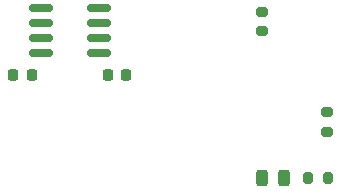
<source format=gtp>
%TF.GenerationSoftware,KiCad,Pcbnew,6.0.2+dfsg-1*%
%TF.CreationDate,2022-08-15T18:10:51-04:00*%
%TF.ProjectId,titan_wheel,74697461-6e5f-4776-9865-656c2e6b6963,1*%
%TF.SameCoordinates,Original*%
%TF.FileFunction,Paste,Top*%
%TF.FilePolarity,Positive*%
%FSLAX46Y46*%
G04 Gerber Fmt 4.6, Leading zero omitted, Abs format (unit mm)*
G04 Created by KiCad (PCBNEW 6.0.2+dfsg-1) date 2022-08-15 18:10:51*
%MOMM*%
%LPD*%
G01*
G04 APERTURE LIST*
G04 Aperture macros list*
%AMRoundRect*
0 Rectangle with rounded corners*
0 $1 Rounding radius*
0 $2 $3 $4 $5 $6 $7 $8 $9 X,Y pos of 4 corners*
0 Add a 4 corners polygon primitive as box body*
4,1,4,$2,$3,$4,$5,$6,$7,$8,$9,$2,$3,0*
0 Add four circle primitives for the rounded corners*
1,1,$1+$1,$2,$3*
1,1,$1+$1,$4,$5*
1,1,$1+$1,$6,$7*
1,1,$1+$1,$8,$9*
0 Add four rect primitives between the rounded corners*
20,1,$1+$1,$2,$3,$4,$5,0*
20,1,$1+$1,$4,$5,$6,$7,0*
20,1,$1+$1,$6,$7,$8,$9,0*
20,1,$1+$1,$8,$9,$2,$3,0*%
G04 Aperture macros list end*
%ADD10RoundRect,0.200000X0.275000X-0.200000X0.275000X0.200000X-0.275000X0.200000X-0.275000X-0.200000X0*%
%ADD11RoundRect,0.150000X0.825000X0.150000X-0.825000X0.150000X-0.825000X-0.150000X0.825000X-0.150000X0*%
%ADD12RoundRect,0.200000X0.200000X0.275000X-0.200000X0.275000X-0.200000X-0.275000X0.200000X-0.275000X0*%
%ADD13RoundRect,0.225000X-0.225000X-0.250000X0.225000X-0.250000X0.225000X0.250000X-0.225000X0.250000X0*%
%ADD14RoundRect,0.225000X0.225000X0.250000X-0.225000X0.250000X-0.225000X-0.250000X0.225000X-0.250000X0*%
%ADD15RoundRect,0.243750X-0.243750X-0.456250X0.243750X-0.456250X0.243750X0.456250X-0.243750X0.456250X0*%
G04 APERTURE END LIST*
D10*
X160250000Y-43825000D03*
X160250000Y-42175000D03*
D11*
X146475000Y-45655000D03*
X146475000Y-44385000D03*
X146475000Y-43115000D03*
X146475000Y-41845000D03*
X141525000Y-41845000D03*
X141525000Y-43115000D03*
X141525000Y-44385000D03*
X141525000Y-45655000D03*
D12*
X165825000Y-56250000D03*
X164175000Y-56250000D03*
D13*
X147225000Y-47500000D03*
X148775000Y-47500000D03*
D10*
X165750000Y-52325000D03*
X165750000Y-50675000D03*
D14*
X140775000Y-47500000D03*
X139225000Y-47500000D03*
D15*
X160237500Y-56250000D03*
X162112500Y-56250000D03*
M02*

</source>
